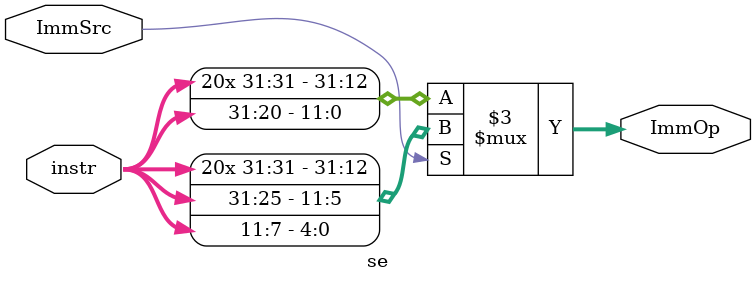
<source format=sv>
module se(
    input logic [31:0] instr,
    input logic ImmSrc,
    output logic [31:0] ImmOp
);

always_comb
    if(ImmSrc)
        ImmOp = {{20{instr[31]}}, instr[31:25], instr[11:7]};
    else
        ImmOp = {{20{instr[31]}}, instr[31:20]};

endmodule

</source>
